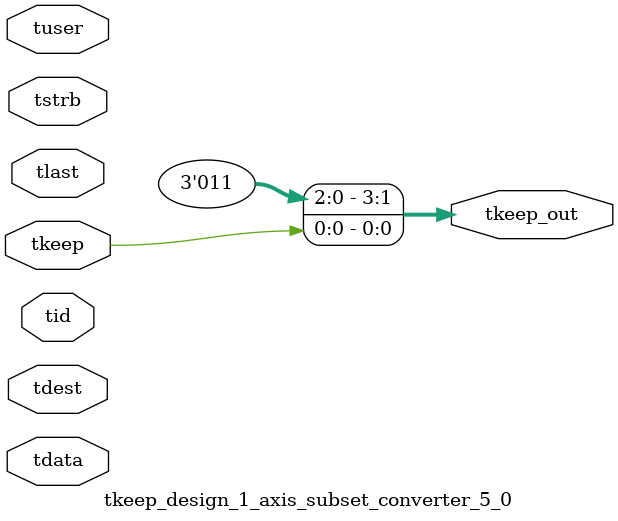
<source format=v>


`timescale 1ps/1ps

module tkeep_design_1_axis_subset_converter_5_0 #
(
parameter C_S_AXIS_TDATA_WIDTH = 32,
parameter C_S_AXIS_TUSER_WIDTH = 0,
parameter C_S_AXIS_TID_WIDTH   = 0,
parameter C_S_AXIS_TDEST_WIDTH = 0,
parameter C_M_AXIS_TDATA_WIDTH = 32
)
(
input  [(C_S_AXIS_TDATA_WIDTH == 0 ? 1 : C_S_AXIS_TDATA_WIDTH)-1:0     ] tdata,
input  [(C_S_AXIS_TUSER_WIDTH == 0 ? 1 : C_S_AXIS_TUSER_WIDTH)-1:0     ] tuser,
input  [(C_S_AXIS_TID_WIDTH   == 0 ? 1 : C_S_AXIS_TID_WIDTH)-1:0       ] tid,
input  [(C_S_AXIS_TDEST_WIDTH == 0 ? 1 : C_S_AXIS_TDEST_WIDTH)-1:0     ] tdest,
input  [(C_S_AXIS_TDATA_WIDTH/8)-1:0 ] tkeep,
input  [(C_S_AXIS_TDATA_WIDTH/8)-1:0 ] tstrb,
input                                                                    tlast,
output [(C_M_AXIS_TDATA_WIDTH/8)-1:0 ] tkeep_out
);

assign tkeep_out = {2'b11,tkeep[0:0]};

endmodule


</source>
